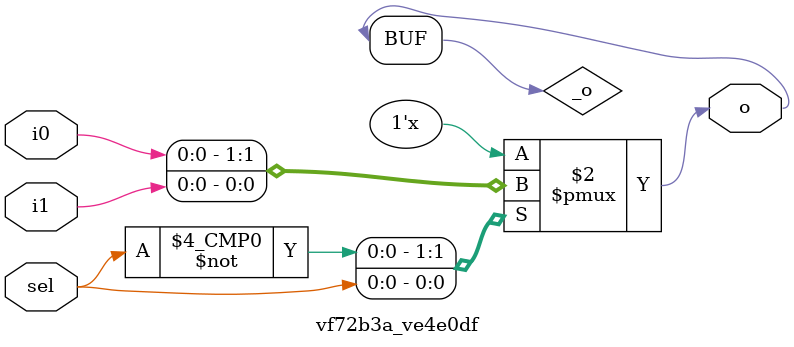
<source format=v>

`default_nettype none

module main #(
 parameter v910a9f = 12000000*(0.25),
 parameter v033309 = 12000000*(0.5)
) (
 input v13e0c4,
 input va56f74,
 input vclk,
 output vbaae1a,
 output v77d976,
 output v991127,
 output [0:6] vinit
);
 localparam p0 = v910a9f;
 localparam p6 = v033309;
 wire w1;
 wire w2;
 wire w3;
 wire w4;
 wire w5;
 wire w7;
 wire w8;
 wire w9;
 wire w10;
 wire w11;
 wire w12;
 wire w13;
 wire w14;
 wire w15;
 assign v77d976 = w1;
 assign w2 = v13e0c4;
 assign vbaae1a = w4;
 assign w5 = va56f74;
 assign v991127 = w7;
 assign w10 = vclk;
 assign w11 = vclk;
 assign w12 = vclk;
 assign w13 = vclk;
 assign w4 = w1;
 assign w11 = w10;
 assign w12 = w10;
 assign w12 = w11;
 assign w13 = w10;
 assign w13 = w11;
 assign w13 = w12;
 vbce541 #(
  .va04f5d(p0)
 ) v9a5d3b (
  .v4642b6(w9),
  .v6dda25(w10)
 );
 ve108d0 v7b12c9 (
  .v8f3bff(w1),
  .v0e9572(w3),
  .vaf813b(w14)
 );
 v888484 vb305c5 (
  .vd9601b(w2),
  .vfde3d7(w11),
  .v157a67(w14)
 );
 v725b7e v719c69 (
  .v9fb85f(w3)
 );
 v888484 v807eb9 (
  .vd9601b(w5),
  .vfde3d7(w12),
  .v157a67(w15)
 );
 vbce541 #(
  .va04f5d(p6)
 ) v162c0a (
  .v4642b6(w8),
  .v6dda25(w13)
 );
 veebee1 v96c8a5 (
 
 );
 v5cc6ec vc89966 (
 
 );
 vf72b3a vf8e723 (
  .vc93bbe(w7),
  .vb186da(w8),
  .v381ebf(w9),
  .v50d6c6(w15)
 );
 assign vinit = 7'b0000000;
endmodule

/*-------------------------------------------------*/
/*--   */
/*-- - - - - - - - - - - - - - - - - - - - - - - --*/
/*-- 
/*-------------------------------------------------*/
//---- Top entity
module vbce541 #(
 parameter va04f5d = 16777216
) (
 input v6dda25,
 output v4642b6
);
 localparam p1 = va04f5d;
 wire w0;
 wire [0:23] w2;
 wire [0:23] w3;
 wire w4;
 wire w5;
 assign v4642b6 = w0;
 assign w5 = v6dda25;
 assign w4 = w0;
 vef98b5 #(
  .vc5c8ea(p1)
 ) v4016e8 (
  .ve70c2d(w3)
 );
 vd84ae0 v45b714 (
  .v4642b6(w0),
  .va89056(w2),
  .v06bdfb(w3)
 );
 v97d607 v2299cf (
  .v9e1c43(w2),
  .ve556f1(w4),
  .v6dda25(w5)
 );
endmodule

/*-------------------------------------------------*/
/*-- sysclk_divN_24  */
/*-- - - - - - - - - - - - - - - - - - - - - - - --*/
/*-- sysclk_divN_24bits: Generate a signal from the division of the system clock by N. (24-bits precision) (N = 2,3,4,..,0x1000000))
/*-------------------------------------------------*/
//---- Top entity
module vef98b5 #(
 parameter vc5c8ea = 1
) (
 output [23:0] ve70c2d
);
 localparam p0 = vc5c8ea;
 wire [0:23] w1;
 assign ve70c2d = w1;
 vef98b5_v465065 #(
  .VALUE(p0)
 ) v465065 (
  .k(w1)
 );
endmodule

/*-------------------------------------------------*/
/*-- 24-bits-k-1  */
/*-- - - - - - - - - - - - - - - - - - - - - - - --*/
/*-- Generic: 24-bits k-1 constant (Input values: 1,2,...,h1000000). It returns the value input by the user minus 1. Outputs: 0,1,2,...,FFFFFF
/*-------------------------------------------------*/

module vef98b5_v465065 #(
 parameter VALUE = 0
) (
 output [23:0] k
);
 assign k = VALUE-1;
endmodule
//---- Top entity
module vd84ae0 (
 input [23:0] v06bdfb,
 input [23:0] va89056,
 output v4642b6
);
 wire w0;
 wire w1;
 wire w2;
 wire w3;
 wire [0:23] w4;
 wire [0:23] w5;
 wire [0:7] w6;
 wire [0:7] w7;
 wire [0:7] w8;
 wire [0:7] w9;
 wire [0:7] w10;
 wire [0:7] w11;
 assign v4642b6 = w0;
 assign w4 = v06bdfb;
 assign w5 = va89056;
 vb2762a vb6832a (
  .v4642b6(w1),
  .v715730(w8),
  .vf191e6(w11)
 );
 vb2762a v302658 (
  .v4642b6(w2),
  .v715730(w7),
  .vf191e6(w10)
 );
 vae245c v9196c7 (
  .vcbab45(w0),
  .v3ca442(w1),
  .v0e28cb(w2),
  .v033bf6(w3)
 );
 v6fef69 vb1e577 (
  .v9804b7(w5),
  .vd83cb2(w9),
  .v243fb2(w10),
  .va2a3a1(w11)
 );
 v6fef69 v62b64f (
  .v9804b7(w4),
  .vd83cb2(w6),
  .v243fb2(w7),
  .va2a3a1(w8)
 );
 vb2762a v9a65c6 (
  .v4642b6(w3),
  .v715730(w6),
  .vf191e6(w9)
 );
endmodule

/*-------------------------------------------------*/
/*-- comp2-24bits  */
/*-- - - - - - - - - - - - - - - - - - - - - - - --*/
/*-- Comp2-24bit: Comparator of two 24-bit numbers
/*-------------------------------------------------*/
//---- Top entity
module vb2762a (
 input [7:0] v715730,
 input [7:0] vf191e6,
 output v4642b6
);
 wire w0;
 wire w1;
 wire w2;
 wire [0:7] w3;
 wire [0:7] w4;
 wire [0:3] w5;
 wire [0:3] w6;
 wire [0:3] w7;
 wire [0:3] w8;
 assign v4642b6 = w0;
 assign w3 = v715730;
 assign w4 = vf191e6;
 v438230 v577a36 (
  .v4642b6(w2),
  .v693354(w6),
  .v5369cd(w8)
 );
 vba518e v707c6e (
  .vcbab45(w0),
  .v0e28cb(w1),
  .v3ca442(w2)
 );
 v6bdcd9 v921a9f (
  .vcc8c7c(w4),
  .v651522(w7),
  .v2cc41f(w8)
 );
 v6bdcd9 v8cfa4d (
  .vcc8c7c(w3),
  .v651522(w5),
  .v2cc41f(w6)
 );
 v438230 vfc1765 (
  .v4642b6(w1),
  .v693354(w5),
  .v5369cd(w7)
 );
endmodule

/*-------------------------------------------------*/
/*-- comp2-8bits  */
/*-- - - - - - - - - - - - - - - - - - - - - - - --*/
/*-- Comp2-8bit: Comparator of two 8-bit numbers
/*-------------------------------------------------*/
//---- Top entity
module v438230 (
 input [3:0] v693354,
 input [3:0] v5369cd,
 output v4642b6
);
 wire w0;
 wire [0:3] w1;
 wire [0:3] w2;
 wire w3;
 wire w4;
 wire w5;
 wire w6;
 wire w7;
 wire w8;
 wire w9;
 wire w10;
 wire w11;
 wire w12;
 wire w13;
 wire w14;
 assign v4642b6 = w0;
 assign w1 = v693354;
 assign w2 = v5369cd;
 v23b15b v09a5a5 (
  .v4642b6(w3),
  .v27dec4(w12),
  .v6848e9(w14)
 );
 v23b15b vc1b29d (
  .v4642b6(w4),
  .v27dec4(w11),
  .v6848e9(w13)
 );
 v23b15b vcd27ce (
  .v4642b6(w5),
  .v27dec4(w9),
  .v6848e9(w10)
 );
 vc4f23a vea9c80 (
  .v985fcb(w1),
  .v4f1fd3(w7),
  .vda577d(w9),
  .v3f8943(w11),
  .v64d863(w12)
 );
 vc4f23a va7dcdc (
  .v985fcb(w2),
  .v4f1fd3(w8),
  .vda577d(w10),
  .v3f8943(w13),
  .v64d863(w14)
 );
 v23b15b va0849c (
  .v4642b6(w6),
  .v27dec4(w7),
  .v6848e9(w8)
 );
 veffd42 v6e3e65 (
  .vcbab45(w0),
  .v3ca442(w3),
  .v0e28cb(w4),
  .v033bf6(w5),
  .v9eb652(w6)
 );
endmodule

/*-------------------------------------------------*/
/*-- comp2-4bits  */
/*-- - - - - - - - - - - - - - - - - - - - - - - --*/
/*-- Comp2-4bit: Comparator of two 4-bit numbers
/*-------------------------------------------------*/
//---- Top entity
module v23b15b (
 input v27dec4,
 input v6848e9,
 output v4642b6
);
 wire w0;
 wire w1;
 wire w2;
 wire w3;
 assign w1 = v27dec4;
 assign v4642b6 = w2;
 assign w3 = v6848e9;
 vd12401 v955b2b (
  .vcbab45(w0),
  .v0e28cb(w1),
  .v3ca442(w3)
 );
 v3676a0 vf92936 (
  .v0e28cb(w0),
  .vcbab45(w2)
 );
endmodule

/*-------------------------------------------------*/
/*-- comp2-1bit  */
/*-- - - - - - - - - - - - - - - - - - - - - - - --*/
/*-- Comp2-1bit: Comparator of two 1-bit numbers
/*-------------------------------------------------*/
//---- Top entity
module vd12401 (
 input v0e28cb,
 input v3ca442,
 output vcbab45
);
 wire w0;
 wire w1;
 wire w2;
 assign w0 = v0e28cb;
 assign w1 = v3ca442;
 assign vcbab45 = w2;
 vd12401_vf4938a vf4938a (
  .a(w0),
  .b(w1),
  .c(w2)
 );
endmodule

/*-------------------------------------------------*/
/*-- XOR2  */
/*-- - - - - - - - - - - - - - - - - - - - - - - --*/
/*-- XOR gate: two bits input xor gate
/*-------------------------------------------------*/

module vd12401_vf4938a (
 input a,
 input b,
 output c
);
 //-- XOR gate
 //-- Verilog implementation
 
 assign c = a ^ b;
 
endmodule
//---- Top entity
module v3676a0 (
 input v0e28cb,
 output vcbab45
);
 wire w0;
 wire w1;
 assign w0 = v0e28cb;
 assign vcbab45 = w1;
 v3676a0_vd54ca1 vd54ca1 (
  .a(w0),
  .q(w1)
 );
endmodule

/*-------------------------------------------------*/
/*-- NOT  */
/*-- - - - - - - - - - - - - - - - - - - - - - - --*/
/*-- NOT gate (Verilog implementation)
/*-------------------------------------------------*/

module v3676a0_vd54ca1 (
 input a,
 output q
);
 //-- NOT Gate
 assign q = ~a;
 
 
endmodule
//---- Top entity
module vc4f23a (
 input [3:0] v985fcb,
 output v4f1fd3,
 output vda577d,
 output v3f8943,
 output v64d863
);
 wire w0;
 wire w1;
 wire w2;
 wire w3;
 wire [0:3] w4;
 assign v3f8943 = w0;
 assign v64d863 = w1;
 assign vda577d = w2;
 assign v4f1fd3 = w3;
 assign w4 = v985fcb;
 vc4f23a_v9a2a06 v9a2a06 (
  .o1(w0),
  .o0(w1),
  .o2(w2),
  .o3(w3),
  .i(w4)
 );
endmodule

/*-------------------------------------------------*/
/*-- Bus4-Split-all  */
/*-- - - - - - - - - - - - - - - - - - - - - - - --*/
/*-- Bus4-Split-all: Split the 4-bits bus into its wires
/*-------------------------------------------------*/

module vc4f23a_v9a2a06 (
 input [3:0] i,
 output o3,
 output o2,
 output o1,
 output o0
);
 assign o3 = i[3];
 assign o2 = i[2];
 assign o1 = i[1];
 assign o0 = i[0];
endmodule
//---- Top entity
module veffd42 (
 input v9eb652,
 input v033bf6,
 input v0e28cb,
 input v3ca442,
 output vcbab45
);
 wire w0;
 wire w1;
 wire w2;
 wire w3;
 wire w4;
 wire w5;
 wire w6;
 assign w0 = v3ca442;
 assign w1 = v9eb652;
 assign w2 = v033bf6;
 assign w3 = v0e28cb;
 assign vcbab45 = w4;
 vba518e vf3ef0f (
  .v3ca442(w0),
  .v0e28cb(w3),
  .vcbab45(w6)
 );
 vba518e vdcc53d (
  .v0e28cb(w1),
  .v3ca442(w2),
  .vcbab45(w5)
 );
 vba518e v17ac22 (
  .vcbab45(w4),
  .v0e28cb(w5),
  .v3ca442(w6)
 );
endmodule

/*-------------------------------------------------*/
/*-- AND4  */
/*-- - - - - - - - - - - - - - - - - - - - - - - --*/
/*-- Three bits input And gate
/*-------------------------------------------------*/
//---- Top entity
module vba518e (
 input v0e28cb,
 input v3ca442,
 output vcbab45
);
 wire w0;
 wire w1;
 wire w2;
 assign w0 = v0e28cb;
 assign w1 = v3ca442;
 assign vcbab45 = w2;
 vba518e_vf4938a vf4938a (
  .a(w0),
  .b(w1),
  .c(w2)
 );
endmodule

/*-------------------------------------------------*/
/*-- AND2  */
/*-- - - - - - - - - - - - - - - - - - - - - - - --*/
/*-- Two bits input And gate
/*-------------------------------------------------*/

module vba518e_vf4938a (
 input a,
 input b,
 output c
);
 //-- AND gate
 //-- Verilog implementation
 
 assign c = a & b;
 
endmodule
//---- Top entity
module v6bdcd9 (
 input [7:0] vcc8c7c,
 output [3:0] v651522,
 output [3:0] v2cc41f
);
 wire [0:3] w0;
 wire [0:3] w1;
 wire [0:7] w2;
 assign v651522 = w0;
 assign v2cc41f = w1;
 assign w2 = vcc8c7c;
 v6bdcd9_v9a2a06 v9a2a06 (
  .o1(w0),
  .o0(w1),
  .i(w2)
 );
endmodule

/*-------------------------------------------------*/
/*-- Bus8-Split-half  */
/*-- - - - - - - - - - - - - - - - - - - - - - - --*/
/*-- Bus8-Split-half: Split the 8-bits bus into two buses of the same size
/*-------------------------------------------------*/

module v6bdcd9_v9a2a06 (
 input [7:0] i,
 output [3:0] o1,
 output [3:0] o0
);
 assign o1 = i[7:4];
 assign o0 = i[3:0];
endmodule
//---- Top entity
module vae245c (
 input v033bf6,
 input v0e28cb,
 input v3ca442,
 output vcbab45
);
 wire w0;
 wire w1;
 wire w2;
 wire w3;
 wire w4;
 assign w0 = v033bf6;
 assign w1 = v0e28cb;
 assign w2 = v3ca442;
 assign vcbab45 = w4;
 vba518e v19b5b0 (
  .v0e28cb(w0),
  .v3ca442(w1),
  .vcbab45(w3)
 );
 vba518e vf3ef0f (
  .v3ca442(w2),
  .v0e28cb(w3),
  .vcbab45(w4)
 );
endmodule

/*-------------------------------------------------*/
/*-- AND3  */
/*-- - - - - - - - - - - - - - - - - - - - - - - --*/
/*-- Three bits input And gate
/*-------------------------------------------------*/
//---- Top entity
module v6fef69 (
 input [23:0] v9804b7,
 output [7:0] vd83cb2,
 output [7:0] v243fb2,
 output [7:0] va2a3a1
);
 wire [0:7] w0;
 wire [0:7] w1;
 wire [0:7] w2;
 wire [0:23] w3;
 assign v243fb2 = w0;
 assign vd83cb2 = w1;
 assign va2a3a1 = w2;
 assign w3 = v9804b7;
 v6fef69_v9a2a06 v9a2a06 (
  .o1(w0),
  .o2(w1),
  .o0(w2),
  .i(w3)
 );
endmodule

/*-------------------------------------------------*/
/*-- Bus24-Split-one-third  */
/*-- - - - - - - - - - - - - - - - - - - - - - - --*/
/*-- Bus24-Split-one-third: Split the 24-bits bus into three buses of  the same size
/*-------------------------------------------------*/

module v6fef69_v9a2a06 (
 input [23:0] i,
 output [7:0] o2,
 output [7:0] o1,
 output [7:0] o0
);
 assign o2 = i[23:16];
 assign o1 = i[15:8];
 assign o0 = i[7:0];
endmodule
//---- Top entity
module v97d607 (
 input v6dda25,
 input ve556f1,
 output [23:0] v9e1c43,
 output ve37344
);
 wire w0;
 wire [0:23] w1;
 wire [0:23] w2;
 wire w3;
 wire [0:23] w4;
 wire w5;
 assign w0 = ve556f1;
 assign w3 = v6dda25;
 assign v9e1c43 = w4;
 assign ve37344 = w5;
 assign w4 = w1;
 v5495b5 v5e4c9c (
  .v782748(w0),
  .vb02eea(w1),
  .v15c6e6(w2),
  .v6dda25(w3)
 );
 v9c4559 v62e821 (
  .v005b83(w1),
  .v53d485(w2),
  .v4642b6(w5)
 );
endmodule

/*-------------------------------------------------*/
/*-- syscounter-rst-24bits  */
/*-- - - - - - - - - - - - - - - - - - - - - - - --*/
/*-- 24-bits Syscounter with reset
/*-------------------------------------------------*/
//---- Top entity
module v5495b5 (
 input v6dda25,
 input v782748,
 input [23:0] v15c6e6,
 output [23:0] vb02eea
);
 wire [0:23] w0;
 wire [0:23] w1;
 wire [0:7] w2;
 wire [0:7] w3;
 wire [0:7] w4;
 wire [0:7] w5;
 wire [0:7] w6;
 wire [0:7] w7;
 wire w8;
 wire w9;
 wire w10;
 wire w11;
 wire w12;
 wire w13;
 assign vb02eea = w0;
 assign w1 = v15c6e6;
 assign w8 = v6dda25;
 assign w9 = v6dda25;
 assign w10 = v6dda25;
 assign w11 = v782748;
 assign w12 = v782748;
 assign w13 = v782748;
 assign w9 = w8;
 assign w10 = w8;
 assign w10 = w9;
 assign w12 = w11;
 assign w13 = w11;
 assign w13 = w12;
 v6fef69 vad6f1d (
  .v9804b7(w1),
  .va2a3a1(w5),
  .v243fb2(w6),
  .vd83cb2(w7)
 );
 v33e50d vba7365 (
  .v6d326e(w0),
  .v77c6e9(w2),
  .vf7d213(w3),
  .vba04ee(w4)
 );
 vcf4344 v13ddeb (
  .vc1f0d2(w2),
  .vd85d4e(w5),
  .v6dda25(w10),
  .v782748(w13)
 );
 vcf4344 v08e1bd (
  .vc1f0d2(w3),
  .vd85d4e(w6),
  .v6dda25(w9),
  .v782748(w12)
 );
 vcf4344 v5c3b0f (
  .vc1f0d2(w4),
  .vd85d4e(w7),
  .v6dda25(w8),
  .v782748(w11)
 );
endmodule

/*-------------------------------------------------*/
/*-- DFF-rst-x24  */
/*-- - - - - - - - - - - - - - - - - - - - - - - --*/
/*-- DFF-rst-x24: 24 D flip-flops in paralell with reset
/*-------------------------------------------------*/
//---- Top entity
module v33e50d (
 input [7:0] vba04ee,
 input [7:0] vf7d213,
 input [7:0] v77c6e9,
 output [23:0] v6d326e
);
 wire [0:23] w0;
 wire [0:7] w1;
 wire [0:7] w2;
 wire [0:7] w3;
 assign v6d326e = w0;
 assign w1 = vf7d213;
 assign w2 = v77c6e9;
 assign w3 = vba04ee;
 v33e50d_v9a2a06 v9a2a06 (
  .o(w0),
  .i1(w1),
  .i0(w2),
  .i2(w3)
 );
endmodule

/*-------------------------------------------------*/
/*-- Bus24-Join-one-third  */
/*-- - - - - - - - - - - - - - - - - - - - - - - --*/
/*-- Bus24-Join-one-third: Join the three buses into an 24-bits Bus
/*-------------------------------------------------*/

module v33e50d_v9a2a06 (
 input [7:0] i2,
 input [7:0] i1,
 input [7:0] i0,
 output [23:0] o
);
 assign o = {i2, i1, i0};
 
endmodule
//---- Top entity
module vcf4344 (
 input v6dda25,
 input v782748,
 input [7:0] vd85d4e,
 output [7:0] vc1f0d2
);
 wire [0:3] w0;
 wire [0:3] w1;
 wire [0:7] w2;
 wire [0:7] w3;
 wire [0:3] w4;
 wire [0:3] w5;
 wire w6;
 wire w7;
 wire w8;
 wire w9;
 assign w2 = vd85d4e;
 assign vc1f0d2 = w3;
 assign w6 = v6dda25;
 assign w7 = v6dda25;
 assign w8 = v782748;
 assign w9 = v782748;
 assign w7 = w6;
 assign w9 = w8;
 v5c75f6 vbdef88 (
  .v50034e(w0),
  .v4de61b(w1),
  .v6dda25(w7),
  .v782748(w9)
 );
 v6bdcd9 vc95779 (
  .v2cc41f(w1),
  .vcc8c7c(w2),
  .v651522(w4)
 );
 vafb28f v618315 (
  .v3c88fc(w0),
  .va9ac17(w3),
  .v515fe7(w5)
 );
 v5c75f6 v6188f9 (
  .v4de61b(w4),
  .v50034e(w5),
  .v6dda25(w6),
  .v782748(w8)
 );
endmodule

/*-------------------------------------------------*/
/*-- DFF-rst-x08  */
/*-- - - - - - - - - - - - - - - - - - - - - - - --*/
/*-- DFF-rst-x08: Eight D flip-flops in paralell with reset
/*-------------------------------------------------*/
//---- Top entity
module v5c75f6 (
 input v6dda25,
 input v782748,
 input [3:0] v4de61b,
 output [3:0] v50034e
);
 wire w0;
 wire w1;
 wire w2;
 wire w3;
 wire w4;
 wire w5;
 wire [0:3] w6;
 wire [0:3] w7;
 wire w8;
 wire w9;
 wire w10;
 wire w11;
 wire w12;
 wire w13;
 wire w14;
 wire w15;
 wire w16;
 wire w17;
 assign w6 = v4de61b;
 assign v50034e = w7;
 assign w10 = v6dda25;
 assign w11 = v6dda25;
 assign w12 = v6dda25;
 assign w13 = v6dda25;
 assign w14 = v782748;
 assign w15 = v782748;
 assign w16 = v782748;
 assign w17 = v782748;
 assign w11 = w10;
 assign w12 = w10;
 assign w12 = w11;
 assign w13 = w10;
 assign w13 = w11;
 assign w13 = w12;
 assign w15 = w14;
 assign w16 = w14;
 assign w16 = w15;
 assign w17 = w14;
 assign w17 = w15;
 assign w17 = w16;
 vc4f23a v4b1225 (
  .v3f8943(w2),
  .v64d863(w3),
  .vda577d(w4),
  .v985fcb(w6),
  .v4f1fd3(w8)
 );
 v84f0a1 v6491fd (
  .v03aaf0(w0),
  .vee8a83(w1),
  .vf8041d(w5),
  .v11bca5(w7),
  .vd84a57(w9)
 );
 v2be0f8 v10a04f (
  .v4642b6(w0),
  .vf354ee(w3),
  .vd53b77(w13),
  .v27dec4(w17)
 );
 v2be0f8 v7d9648 (
  .v4642b6(w1),
  .vf354ee(w2),
  .vd53b77(w12),
  .v27dec4(w16)
 );
 v2be0f8 v004b14 (
  .vf354ee(w4),
  .v4642b6(w5),
  .vd53b77(w11),
  .v27dec4(w15)
 );
 v2be0f8 v8aa818 (
  .vf354ee(w8),
  .v4642b6(w9),
  .vd53b77(w10),
  .v27dec4(w14)
 );
endmodule

/*-------------------------------------------------*/
/*-- DFF-rst-x04  */
/*-- - - - - - - - - - - - - - - - - - - - - - - --*/
/*-- DFF-rst-x04: Three D flip-flops in paralell with reset
/*-------------------------------------------------*/
//---- Top entity
module v84f0a1 (
 input vd84a57,
 input vf8041d,
 input vee8a83,
 input v03aaf0,
 output [3:0] v11bca5
);
 wire w0;
 wire w1;
 wire w2;
 wire w3;
 wire [0:3] w4;
 assign w0 = vee8a83;
 assign w1 = v03aaf0;
 assign w2 = vf8041d;
 assign w3 = vd84a57;
 assign v11bca5 = w4;
 v84f0a1_v9a2a06 v9a2a06 (
  .i1(w0),
  .i0(w1),
  .i2(w2),
  .i3(w3),
  .o(w4)
 );
endmodule

/*-------------------------------------------------*/
/*-- Bus4-Join-all  */
/*-- - - - - - - - - - - - - - - - - - - - - - - --*/
/*-- Bus4-Join-all: Join all the wires into a 4-bits Bus
/*-------------------------------------------------*/

module v84f0a1_v9a2a06 (
 input i3,
 input i2,
 input i1,
 input i0,
 output [3:0] o
);
 assign o = {i3, i2, i1, i0};
 
endmodule
//---- Top entity
module v2be0f8 #(
 parameter vbd3217 = 0
) (
 input vd53b77,
 input v27dec4,
 input vf354ee,
 output v4642b6
);
 localparam p5 = vbd3217;
 wire w0;
 wire w1;
 wire w2;
 wire w3;
 wire w4;
 wire w6;
 assign w2 = v27dec4;
 assign w3 = vf354ee;
 assign v4642b6 = w4;
 assign w6 = vd53b77;
 v3676a0 v7539bf (
  .vcbab45(w1),
  .v0e28cb(w2)
 );
 vba518e vfe8158 (
  .vcbab45(w0),
  .v0e28cb(w1),
  .v3ca442(w3)
 );
 v053dc2 #(
  .v71e305(p5)
 ) vd104a4 (
  .vf54559(w0),
  .ve8318d(w4),
  .va4102a(w6)
 );
endmodule

/*-------------------------------------------------*/
/*-- DFF-rst-x01  */
/*-- - - - - - - - - - - - - - - - - - - - - - - --*/
/*-- DFF-rst-x01: D Flip flop with reset input. When rst=1, the DFF is 0
/*-------------------------------------------------*/
//---- Top entity
module v053dc2 #(
 parameter v71e305 = 0
) (
 input va4102a,
 input vf54559,
 output ve8318d
);
 localparam p2 = v71e305;
 wire w0;
 wire w1;
 wire w3;
 assign w0 = va4102a;
 assign ve8318d = w1;
 assign w3 = vf54559;
 v053dc2_vb8adf8 #(
  .INI(p2)
 ) vb8adf8 (
  .clk(w0),
  .q(w1),
  .d(w3)
 );
endmodule

/*-------------------------------------------------*/
/*-- DFF  */
/*-- - - - - - - - - - - - - - - - - - - - - - - --*/
/*-- D Flip-flop (verilog implementation)
/*-------------------------------------------------*/

module v053dc2_vb8adf8 #(
 parameter INI = 0
) (
 input clk,
 input d,
 output q
);
 //-- Initial value
 reg q = INI;
 
 //-- Capture the input data  
 //-- on the rising edge of  
 //-- the system clock
 always @(posedge clk)
   q <= d;
endmodule
//---- Top entity
module vafb28f (
 input [3:0] v515fe7,
 input [3:0] v3c88fc,
 output [7:0] va9ac17
);
 wire [0:7] w0;
 wire [0:3] w1;
 wire [0:3] w2;
 assign va9ac17 = w0;
 assign w1 = v515fe7;
 assign w2 = v3c88fc;
 vafb28f_v9a2a06 v9a2a06 (
  .o(w0),
  .i1(w1),
  .i0(w2)
 );
endmodule

/*-------------------------------------------------*/
/*-- Bus8-Join-half  */
/*-- - - - - - - - - - - - - - - - - - - - - - - --*/
/*-- Bus8-Join-half: Join the two same halves into an 8-bits Bus
/*-------------------------------------------------*/

module vafb28f_v9a2a06 (
 input [3:0] i1,
 input [3:0] i0,
 output [7:0] o
);
 assign o = {i1, i0};
 
endmodule
//---- Top entity
module v9c4559 #(
 parameter v6c5139 = 1
) (
 input [23:0] v005b83,
 output v4642b6,
 output [23:0] v53d485
);
 localparam p1 = v6c5139;
 wire w0;
 wire [0:23] w2;
 wire [0:23] w3;
 assign v4642b6 = w0;
 assign w2 = v005b83;
 assign v53d485 = w3;
 v44c099 #(
  .vd73390(p1)
 ) v8c0045 (
  .v4642b6(w0),
  .vd90f46(w2),
  .v8826c0(w3)
 );
endmodule

/*-------------------------------------------------*/
/*-- Inc1-24bits  */
/*-- - - - - - - - - - - - - - - - - - - - - - - --*/
/*-- Inc1-24bit: Increment a 24-bits number by one
/*-------------------------------------------------*/
//---- Top entity
module v44c099 #(
 parameter vd73390 = 0
) (
 input [23:0] vd90f46,
 output v4642b6,
 output [23:0] v8826c0
);
 localparam p1 = vd73390;
 wire w0;
 wire [0:23] w2;
 wire [0:23] w3;
 wire [0:23] w4;
 assign v4642b6 = w0;
 assign v8826c0 = w2;
 assign w3 = vd90f46;
 v4c802f #(
  .vc5c8ea(p1)
 ) ve78914 (
  .v8513f7(w4)
 );
 v91404d v19ed8b (
  .v4642b6(w0),
  .vb5c06c(w2),
  .v7959e8(w3),
  .vb5a2f2(w4)
 );
endmodule

/*-------------------------------------------------*/
/*-- AdderK-24bits  */
/*-- - - - - - - - - - - - - - - - - - - - - - - --*/
/*-- AdderK-24bit: Adder of 24-bit operand and 24-bit constant
/*-------------------------------------------------*/
//---- Top entity
module v4c802f #(
 parameter vc5c8ea = 0
) (
 output [23:0] v8513f7
);
 localparam p0 = vc5c8ea;
 wire [0:23] w1;
 assign v8513f7 = w1;
 v4c802f_v465065 #(
  .VALUE(p0)
 ) v465065 (
  .k(w1)
 );
endmodule

/*-------------------------------------------------*/
/*-- 24-bits-gen-constant  */
/*-- - - - - - - - - - - - - - - - - - - - - - - --*/
/*-- Generic: 24-bits generic constant
/*-------------------------------------------------*/

module v4c802f_v465065 #(
 parameter VALUE = 0
) (
 output [23:0] k
);
 assign k = VALUE;
endmodule
//---- Top entity
module v91404d (
 input [23:0] vb5a2f2,
 input [23:0] v7959e8,
 output v4642b6,
 output [23:0] vb5c06c
);
 wire w0;
 wire [0:7] w1;
 wire [0:7] w2;
 wire w3;
 wire w4;
 wire [0:15] w5;
 wire [0:23] w6;
 wire [0:15] w7;
 wire [0:23] w8;
 wire [0:15] w9;
 wire [0:7] w10;
 wire [0:23] w11;
 wire [0:7] w12;
 wire [0:7] w13;
 wire [0:7] w14;
 wire [0:7] w15;
 wire [0:7] w16;
 wire [0:7] w17;
 assign v4642b6 = w4;
 assign w6 = v7959e8;
 assign w8 = vb5a2f2;
 assign vb5c06c = w11;
 vcb23aa v8e0bba (
  .v4642b6(w0),
  .v62bf25(w2),
  .v39966a(w16),
  .veb2f59(w17)
 );
 vc3c498 v917bbf (
  .vb9cfc3(w0),
  .veeaa8e(w1),
  .v4642b6(w3),
  .v45c6ee(w14),
  .v20212e(w15)
 );
 v8cc49c v03c3e3 (
  .vb334ae(w1),
  .v2b8a97(w2),
  .v14a530(w5)
 );
 vab13f0 v43653c (
  .vb18564(w6),
  .vf0a06e(w7),
  .v5246f6(w17)
 );
 v306ca3 v177126 (
  .v91b9c1(w7),
  .vef5eee(w13),
  .vd3ef3b(w15)
 );
 vab13f0 vf15711 (
  .vb18564(w8),
  .vf0a06e(w9),
  .v5246f6(w16)
 );
 v306ca3 vf9ed57 (
  .v91b9c1(w9),
  .vef5eee(w12),
  .vd3ef3b(w14)
 );
 vc3c498 vf0db78 (
  .vb9cfc3(w3),
  .v4642b6(w4),
  .veeaa8e(w10),
  .v45c6ee(w12),
  .v20212e(w13)
 );
 va52e3b v67022b (
  .vbf8961(w5),
  .vf7d213(w10),
  .v6d326e(w11)
 );
endmodule

/*-------------------------------------------------*/
/*-- Adder-24bits  */
/*-- - - - - - - - - - - - - - - - - - - - - - - --*/
/*-- Adder-24bits: Adder of two operands of 24 bits
/*-------------------------------------------------*/
//---- Top entity
module vcb23aa (
 input [7:0] v39966a,
 input [7:0] veb2f59,
 output v4642b6,
 output [7:0] v62bf25
);
 wire [0:7] w0;
 wire [0:7] w1;
 wire [0:3] w2;
 wire [0:3] w3;
 wire [0:7] w4;
 wire w5;
 wire w6;
 wire [0:3] w7;
 wire [0:3] w8;
 wire [0:3] w9;
 wire [0:3] w10;
 assign w0 = veb2f59;
 assign w1 = v39966a;
 assign v62bf25 = w4;
 assign v4642b6 = w5;
 v6bdcd9 vd88c66 (
  .vcc8c7c(w0),
  .v651522(w9),
  .v2cc41f(w10)
 );
 v6bdcd9 v26a0bb (
  .vcc8c7c(w1),
  .v651522(w7),
  .v2cc41f(w8)
 );
 v25966b v9ea427 (
  .v817794(w3),
  .v4642b6(w6),
  .v0550b6(w8),
  .v24708e(w10)
 );
 vafb28f vc75346 (
  .v515fe7(w2),
  .v3c88fc(w3),
  .va9ac17(w4)
 );
 va1ce30 v40c17f (
  .v817794(w2),
  .v4642b6(w5),
  .vb9cfc3(w6),
  .v0550b6(w7),
  .v24708e(w9)
 );
endmodule

/*-------------------------------------------------*/
/*-- Adder-8bits  */
/*-- - - - - - - - - - - - - - - - - - - - - - - --*/
/*-- Adder-8bits: Adder of two operands of 8 bits
/*-------------------------------------------------*/
//---- Top entity
module v25966b (
 input [3:0] v0550b6,
 input [3:0] v24708e,
 output v4642b6,
 output [3:0] v817794
);
 wire w0;
 wire w1;
 wire w2;
 wire w3;
 wire w4;
 wire [0:3] w5;
 wire [0:3] w6;
 wire [0:3] w7;
 wire w8;
 wire w9;
 wire w10;
 wire w11;
 wire w12;
 wire w13;
 wire w14;
 wire w15;
 wire w16;
 wire w17;
 wire w18;
 assign w5 = v24708e;
 assign w6 = v0550b6;
 assign v817794 = w7;
 assign v4642b6 = w9;
 v1ea21d vdbe125 (
  .v4642b6(w0),
  .v8e8a67(w2),
  .v27dec4(w15),
  .v82de4f(w18)
 );
 vad119b vb8ad86 (
  .v0ef266(w0),
  .v8e8a67(w1),
  .v4642b6(w3),
  .v27dec4(w14),
  .v82de4f(w17)
 );
 vad119b v5d29b2 (
  .v0ef266(w3),
  .v8e8a67(w4),
  .v4642b6(w8),
  .v27dec4(w12),
  .v82de4f(w16)
 );
 vc4f23a vf4a6ff (
  .v985fcb(w5),
  .v4f1fd3(w13),
  .vda577d(w16),
  .v3f8943(w17),
  .v64d863(w18)
 );
 vc4f23a v9d4632 (
  .v985fcb(w6),
  .v4f1fd3(w11),
  .vda577d(w12),
  .v3f8943(w14),
  .v64d863(w15)
 );
 v84f0a1 v140dbf (
  .vee8a83(w1),
  .v03aaf0(w2),
  .vf8041d(w4),
  .v11bca5(w7),
  .vd84a57(w10)
 );
 vad119b v5c5937 (
  .v0ef266(w8),
  .v4642b6(w9),
  .v8e8a67(w10),
  .v27dec4(w11),
  .v82de4f(w13)
 );
endmodule

/*-------------------------------------------------*/
/*-- Adder-4bits  */
/*-- - - - - - - - - - - - - - - - - - - - - - - --*/
/*-- Adder-4bits: Adder of two operands of 4 bits
/*-------------------------------------------------*/
//---- Top entity
module v1ea21d (
 input v27dec4,
 input v82de4f,
 output v4642b6,
 output v8e8a67
);
 wire w0;
 wire w1;
 wire w2;
 wire w3;
 wire w4;
 assign w0 = v82de4f;
 assign w1 = v27dec4;
 assign v4642b6 = w3;
 assign v8e8a67 = w4;
 vad119b vb820a1 (
  .v82de4f(w0),
  .v27dec4(w1),
  .v0ef266(w2),
  .v4642b6(w3),
  .v8e8a67(w4)
 );
 vd30ca9 v23ebb6 (
  .v9fb85f(w2)
 );
endmodule

/*-------------------------------------------------*/
/*-- Adder-1bit  */
/*-- - - - - - - - - - - - - - - - - - - - - - - --*/
/*-- Adder-1bit: Adder of two operands of 1 bit
/*-------------------------------------------------*/
//---- Top entity
module vad119b (
 input v27dec4,
 input v82de4f,
 input v0ef266,
 output v4642b6,
 output v8e8a67
);
 wire w0;
 wire w1;
 wire w2;
 wire w3;
 wire w4;
 wire w5;
 wire w6;
 wire w7;
 wire w8;
 wire w9;
 wire w10;
 wire w11;
 assign v8e8a67 = w1;
 assign v4642b6 = w5;
 assign w6 = v27dec4;
 assign w7 = v27dec4;
 assign w8 = v82de4f;
 assign w9 = v82de4f;
 assign w10 = v0ef266;
 assign w11 = v0ef266;
 assign w2 = w0;
 assign w7 = w6;
 assign w9 = w8;
 assign w11 = w10;
 vd12401 v2e3d9f (
  .vcbab45(w0),
  .v0e28cb(w7),
  .v3ca442(w9)
 );
 vd12401 vb50462 (
  .v0e28cb(w0),
  .vcbab45(w1),
  .v3ca442(w11)
 );
 vba518e v4882f4 (
  .v3ca442(w2),
  .vcbab45(w3),
  .v0e28cb(w10)
 );
 vba518e v8fcf41 (
  .vcbab45(w4),
  .v0e28cb(w6),
  .v3ca442(w8)
 );
 v873425 vc5b8b9 (
  .v3ca442(w3),
  .v0e28cb(w4),
  .vcbab45(w5)
 );
endmodule

/*-------------------------------------------------*/
/*-- AdderC-1bit  */
/*-- - - - - - - - - - - - - - - - - - - - - - - --*/
/*-- AdderC-1bit: Adder of two operands of 1 bit plus the carry in
/*-------------------------------------------------*/
//---- Top entity
module v873425 (
 input v0e28cb,
 input v3ca442,
 output vcbab45
);
 wire w0;
 wire w1;
 wire w2;
 assign w0 = v0e28cb;
 assign w1 = v3ca442;
 assign vcbab45 = w2;
 v873425_vf4938a vf4938a (
  .a(w0),
  .b(w1),
  .c(w2)
 );
endmodule

/*-------------------------------------------------*/
/*-- OR2  */
/*-- - - - - - - - - - - - - - - - - - - - - - - --*/
/*-- OR2: Two bits input OR gate
/*-------------------------------------------------*/

module v873425_vf4938a (
 input a,
 input b,
 output c
);
 //-- OR Gate
 //-- Verilog implementation
 
 assign c = a | b;
 
 
endmodule
//---- Top entity
module vd30ca9 (
 output v9fb85f
);
 wire w0;
 assign v9fb85f = w0;
 vd30ca9_vb2eccd vb2eccd (
  .q(w0)
 );
endmodule

/*-------------------------------------------------*/
/*-- bit-0  */
/*-- - - - - - - - - - - - - - - - - - - - - - - --*/
/*-- Constant bit 0
/*-------------------------------------------------*/

module vd30ca9_vb2eccd (
 output q
);
 //-- Constant bit-0
 assign q = 1'b0;
 
 
endmodule
//---- Top entity
module va1ce30 (
 input [3:0] v0550b6,
 input [3:0] v24708e,
 input vb9cfc3,
 output v4642b6,
 output [3:0] v817794
);
 wire w0;
 wire w1;
 wire w2;
 wire w3;
 wire w4;
 wire [0:3] w5;
 wire [0:3] w6;
 wire [0:3] w7;
 wire w8;
 wire w9;
 wire w10;
 wire w11;
 wire w12;
 wire w13;
 wire w14;
 wire w15;
 wire w16;
 wire w17;
 wire w18;
 wire w19;
 assign w5 = v24708e;
 assign w6 = v0550b6;
 assign v817794 = w7;
 assign v4642b6 = w9;
 assign w11 = vb9cfc3;
 vad119b vb8ad86 (
  .v0ef266(w0),
  .v8e8a67(w1),
  .v4642b6(w3),
  .v27dec4(w15),
  .v82de4f(w18)
 );
 vad119b v5d29b2 (
  .v0ef266(w3),
  .v8e8a67(w4),
  .v4642b6(w8),
  .v27dec4(w13),
  .v82de4f(w17)
 );
 vc4f23a vf4a6ff (
  .v985fcb(w5),
  .v4f1fd3(w14),
  .vda577d(w17),
  .v3f8943(w18),
  .v64d863(w19)
 );
 vc4f23a v9d4632 (
  .v985fcb(w6),
  .v4f1fd3(w12),
  .vda577d(w13),
  .v3f8943(w15),
  .v64d863(w16)
 );
 v84f0a1 v140dbf (
  .vee8a83(w1),
  .v03aaf0(w2),
  .vf8041d(w4),
  .v11bca5(w7),
  .vd84a57(w10)
 );
 vad119b v5c5937 (
  .v0ef266(w8),
  .v4642b6(w9),
  .v8e8a67(w10),
  .v27dec4(w12),
  .v82de4f(w14)
 );
 vad119b v3599be (
  .v4642b6(w0),
  .v8e8a67(w2),
  .v0ef266(w11),
  .v27dec4(w16),
  .v82de4f(w19)
 );
endmodule

/*-------------------------------------------------*/
/*-- AdderC-4bits  */
/*-- - - - - - - - - - - - - - - - - - - - - - - --*/
/*-- AdderC-4bits: Adder of two operands of 4 bits and Carry in
/*-------------------------------------------------*/
//---- Top entity
module vc3c498 (
 input [7:0] v45c6ee,
 input [7:0] v20212e,
 input vb9cfc3,
 output v4642b6,
 output [7:0] veeaa8e
);
 wire w0;
 wire w1;
 wire [0:7] w2;
 wire [0:7] w3;
 wire [0:7] w4;
 wire [0:3] w5;
 wire [0:3] w6;
 wire w7;
 wire [0:3] w8;
 wire [0:3] w9;
 wire [0:3] w10;
 wire [0:3] w11;
 assign w1 = vb9cfc3;
 assign w2 = v45c6ee;
 assign w3 = v20212e;
 assign veeaa8e = w4;
 assign v4642b6 = w7;
 v6bdcd9 v8d795a (
  .vcc8c7c(w3),
  .v651522(w10),
  .v2cc41f(w11)
 );
 v6bdcd9 v23dbc5 (
  .vcc8c7c(w2),
  .v651522(w8),
  .v2cc41f(w9)
 );
 vafb28f vef3a58 (
  .va9ac17(w4),
  .v3c88fc(w5),
  .v515fe7(w6)
 );
 va1ce30 v0ff71a (
  .v4642b6(w0),
  .vb9cfc3(w1),
  .v817794(w5),
  .v0550b6(w9),
  .v24708e(w11)
 );
 va1ce30 v12f94f (
  .vb9cfc3(w0),
  .v817794(w6),
  .v4642b6(w7),
  .v0550b6(w8),
  .v24708e(w10)
 );
endmodule

/*-------------------------------------------------*/
/*-- AdderC-8bits  */
/*-- - - - - - - - - - - - - - - - - - - - - - - --*/
/*-- AdderC-8bits: Adder of two operands of 8 bits and Carry in
/*-------------------------------------------------*/
//---- Top entity
module v8cc49c (
 input [7:0] vb334ae,
 input [7:0] v2b8a97,
 output [15:0] v14a530
);
 wire [0:15] w0;
 wire [0:7] w1;
 wire [0:7] w2;
 assign v14a530 = w0;
 assign w1 = v2b8a97;
 assign w2 = vb334ae;
 v8cc49c_v9a2a06 v9a2a06 (
  .o(w0),
  .i0(w1),
  .i1(w2)
 );
endmodule

/*-------------------------------------------------*/
/*-- Bus16-Join-half  */
/*-- - - - - - - - - - - - - - - - - - - - - - - --*/
/*-- Bus16-Join-half: Join the two same halves into an 16-bits Bus
/*-------------------------------------------------*/

module v8cc49c_v9a2a06 (
 input [7:0] i1,
 input [7:0] i0,
 output [15:0] o
);
 assign o = {i1, i0};
 
endmodule
//---- Top entity
module vab13f0 (
 input [23:0] vb18564,
 output [15:0] vf0a06e,
 output [7:0] v5246f6
);
 wire [0:23] w0;
 wire [0:15] w1;
 wire [0:7] w2;
 assign w0 = vb18564;
 assign vf0a06e = w1;
 assign v5246f6 = w2;
 vab13f0_v9a2a06 v9a2a06 (
  .i(w0),
  .o1(w1),
  .o0(w2)
 );
endmodule

/*-------------------------------------------------*/
/*-- Bus24-Split-16-8  */
/*-- - - - - - - - - - - - - - - - - - - - - - - --*/
/*-- Bus24-Split-16-8: Split the 24-bits bus into two buses of 16 and 8 wires
/*-------------------------------------------------*/

module vab13f0_v9a2a06 (
 input [23:0] i,
 output [15:0] o1,
 output [7:0] o0
);
 assign o1 = i[23:8];
 assign o0 = i[7:0];
endmodule
//---- Top entity
module v306ca3 (
 input [15:0] v91b9c1,
 output [7:0] vef5eee,
 output [7:0] vd3ef3b
);
 wire [0:15] w0;
 wire [0:7] w1;
 wire [0:7] w2;
 assign w0 = v91b9c1;
 assign vef5eee = w1;
 assign vd3ef3b = w2;
 v306ca3_v9a2a06 v9a2a06 (
  .i(w0),
  .o1(w1),
  .o0(w2)
 );
endmodule

/*-------------------------------------------------*/
/*-- Bus16-Split-half  */
/*-- - - - - - - - - - - - - - - - - - - - - - - --*/
/*-- Bus16-Split-half: Split the 16-bits bus into two buses of the same size
/*-------------------------------------------------*/

module v306ca3_v9a2a06 (
 input [15:0] i,
 output [7:0] o1,
 output [7:0] o0
);
 assign o1 = i[15:8];
 assign o0 = i[7:0];
endmodule
//---- Top entity
module va52e3b (
 input [7:0] vf7d213,
 input [15:0] vbf8961,
 output [23:0] v6d326e
);
 wire [0:15] w0;
 wire [0:23] w1;
 wire [0:7] w2;
 assign w0 = vbf8961;
 assign v6d326e = w1;
 assign w2 = vf7d213;
 va52e3b_v9a2a06 v9a2a06 (
  .i0(w0),
  .o(w1),
  .i1(w2)
 );
endmodule

/*-------------------------------------------------*/
/*-- Bus24-Join-8-16 CLONE  */
/*-- - - - - - - - - - - - - - - - - - - - - - - --*/
/*-- Bus24-Join-8-16: Join the two buses into an 24-bits Bus
/*-------------------------------------------------*/

module va52e3b_v9a2a06 (
 input [7:0] i1,
 input [15:0] i0,
 output [23:0] o
);
 assign o = {i1, i0};
 
endmodule
//---- Top entity
module ve108d0 (
 input v0e9572,
 input vaf813b,
 output v8f3bff,
 output v5399d1
);
 wire w0;
 wire w1;
 wire w2;
 wire w3;
 assign v8f3bff = w0;
 assign v5399d1 = w1;
 assign w2 = vaf813b;
 assign w3 = v0e9572;
 ve108d0_v45bd49 v45bd49 (
  .o1(w0),
  .o0(w1),
  .sel(w2),
  .i(w3)
 );
endmodule

/*-------------------------------------------------*/
/*-- Demux-1-2  */
/*-- - - - - - - - - - - - - - - - - - - - - - - --*/
/*-- Demultiplexor de 1 bit, de 1 a 2
/*-------------------------------------------------*/

module ve108d0_v45bd49 (
 input i,
 input sel,
 output o1,
 output o0
);
 assign {o1,o0} = i << sel;
 
endmodule
//---- Top entity
module v888484 #(
 parameter v9d2d5b = 0,
 parameter v42e61f = 0
) (
 input vfde3d7,
 input vd9601b,
 output v157a67,
 output v64879c
);
 localparam p4 = v9d2d5b;
 localparam p5 = v42e61f;
 wire w0;
 wire w1;
 wire w2;
 wire w3;
 wire w6;
 wire w7;
 assign w0 = vd9601b;
 assign v157a67 = w1;
 assign v64879c = w3;
 assign w6 = vfde3d7;
 assign w7 = vfde3d7;
 assign w2 = w1;
 assign w7 = w6;
 v31e84e v9cfc0f (
  .ve78ab8(w2),
  .v3487af(w3),
  .ved8395(w7)
 );
 v0b641d #(
  .v17ea21(p4),
  .v803182(p5)
 ) v6ca512 (
  .v27dec4(w0),
  .v4642b6(w1),
  .v25ab12(w6)
 );
endmodule

/*-------------------------------------------------*/
/*-- Button-tic  */
/*-- - - - - - - - - - - - - - - - - - - - - - - --*/
/*-- Button-tic: Configurable button that emits a tic when it is pressed
/*-------------------------------------------------*/
//---- Top entity
module v31e84e (
 input ved8395,
 input ve78ab8,
 output v3487af
);
 wire w0;
 wire w1;
 wire w2;
 wire w3;
 wire w4;
 wire w5;
 assign w0 = ve78ab8;
 assign w1 = ved8395;
 assign w4 = ve78ab8;
 assign v3487af = w5;
 assign w4 = w0;
 v053dc2 v1bde40 (
  .vf54559(w0),
  .va4102a(w1),
  .ve8318d(w2)
 );
 v3676a0 v9d4cda (
  .v0e28cb(w2),
  .vcbab45(w3)
 );
 vba518e v57aa83 (
  .v0e28cb(w3),
  .v3ca442(w4),
  .vcbab45(w5)
 );
endmodule

/*-------------------------------------------------*/
/*-- Rising-edge-detector  */
/*-- - - - - - - - - - - - - - - - - - - - - - - --*/
/*-- Rising-edge detector. It generates a 1-period pulse (tic) when a rising edge is detected on the input
/*-------------------------------------------------*/
//---- Top entity
module v0b641d #(
 parameter v17ea21 = 0,
 parameter v803182 = 0
) (
 input v25ab12,
 input v27dec4,
 output v4642b6
);
 localparam p2 = v803182;
 localparam p4 = v17ea21;
 wire w0;
 wire w1;
 wire w3;
 wire w5;
 wire w6;
 wire w7;
 wire w8;
 assign v4642b6 = w5;
 assign w6 = v27dec4;
 assign w7 = v25ab12;
 assign w8 = v25ab12;
 assign w8 = w7;
 v6c3aff #(
  .v2fb6e5(p4)
 ) v67ee04 (
  .v758f58(w0),
  .vedbc89(w6)
 );
 vf718a5 v5e6bb3 (
  .v6a82dd(w3),
  .vd4e5d7(w5),
  .v444878(w8)
 );
 vdc93d6 v71ab2a (
  .ve7f5e6(w0),
  .v3c12b5(w1),
  .v717e81(w7)
 );
 vad96dc #(
  .v6a9fe4(p2)
 ) vc0a9e9 (
  .v27dec4(w1),
  .v4642b6(w3)
 );
endmodule

/*-------------------------------------------------*/
/*-- Button  */
/*-- - - - - - - - - - - - - - - - - - - - - - - --*/
/*-- Configurable button (pull-up on/off. Not on/off)
/*-------------------------------------------------*/
//---- Top entity
module v6c3aff #(
 parameter v2fb6e5 = 1
) (
 input vedbc89,
 output v758f58
);
 localparam p2 = v2fb6e5;
 wire w0;
 wire w1;
 assign w0 = vedbc89;
 assign v758f58 = w1;
 v6c3aff_v34955f #(
  .ON(p2)
 ) v34955f (
  .i(w0),
  .o(w1)
 );
endmodule

/*-------------------------------------------------*/
/*-- Pull-upx1  */
/*-- - - - - - - - - - - - - - - - - - - - - - - --*/
/*-- FPGA internal pull-up configuration on the input port
/*-------------------------------------------------*/

module v6c3aff_v34955f #(
 parameter ON = 0
) (
 input i,
 output o
);
 // 1-Pull up
 
 //-- Place the IO block, configured as  
 //-- input with pull-up
 SB_IO
   #(
     .PIN_TYPE(6'b 1010_01),
     
     //-- The pull-up is activated or not
     //-- depeding on the ON parameter
     .PULLUP(ON)
     
   ) input_pin (
 
     //--- Input pin
     .PACKAGE_PIN(i),
     
     //-- Block output
     .D_IN_0(o),
     
     //-- Configured as input
     .OUTPUT_ENABLE(1'b0),
     
     //-- Not used
     .D_OUT_0(1'b0)
   );
endmodule
//---- Top entity
module vf718a5 (
 input v444878,
 input v6a82dd,
 output vd4e5d7
);
 wire w0;
 wire w1;
 wire w2;
 wire w3;
 wire w4;
 wire w5;
 wire w6;
 wire w7;
 assign w2 = v444878;
 assign w3 = v444878;
 assign w4 = v444878;
 assign vd4e5d7 = w5;
 assign w6 = v6a82dd;
 assign w7 = v6a82dd;
 assign w3 = w2;
 assign w4 = w2;
 assign w4 = w3;
 assign w7 = w6;
 v93adf6 ve5d8ab (
  .v9afc1f(w0),
  .va4102a(w2),
  .ve8318d(w5),
  .vf54559(w6)
 );
 v413e4a v93d042 (
  .ve37344(w0),
  .ve556f1(w1),
  .v6dda25(w3)
 );
 v332488 vf5eed3 (
  .v3487af(w1),
  .ved8395(w4),
  .ve78ab8(w7)
 );
endmodule

/*-------------------------------------------------*/
/*-- Debouncer-x01  */
/*-- - - - - - - - - - - - - - - - - - - - - - - --*/
/*-- Remove the rebound on a mechanical switch
/*-------------------------------------------------*/
//---- Top entity
module v93adf6 #(
 parameter v71e305 = 0
) (
 input va4102a,
 input vf54559,
 input v9afc1f,
 output ve8318d
);
 localparam p2 = v71e305;
 wire w0;
 wire w1;
 wire w3;
 wire w4;
 assign w0 = va4102a;
 assign ve8318d = w1;
 assign w3 = vf54559;
 assign w4 = v9afc1f;
 v93adf6_vb8adf8 #(
  .INI(p2)
 ) vb8adf8 (
  .clk(w0),
  .q(w1),
  .d(w3),
  .load(w4)
 );
endmodule

/*-------------------------------------------------*/
/*-- Reg-1bit  */
/*-- - - - - - - - - - - - - - - - - - - - - - - --*/
/*-- 1bit register (implemented in verilog)
/*-------------------------------------------------*/

module v93adf6_vb8adf8 #(
 parameter INI = 0
) (
 input clk,
 input d,
 input load,
 output q
);
 reg q = INI;
 
 always @(posedge clk)
   if (load)
     q <= d;
endmodule
//---- Top entity
module v413e4a (
 input v6dda25,
 input ve556f1,
 output [15:0] v49911e,
 output ve37344
);
 wire w0;
 wire [0:15] w1;
 wire [0:15] w2;
 wire w3;
 wire [0:15] w4;
 wire w5;
 assign w0 = ve556f1;
 assign w3 = v6dda25;
 assign v49911e = w4;
 assign ve37344 = w5;
 assign w4 = w1;
 vbc711b v8fa00b (
  .v782748(w0),
  .v3f90b8(w1),
  .vc320da(w2),
  .v6dda25(w3)
 );
 v8ecd59 v9392cd (
  .v2f9d57(w1),
  .vd7988b(w2),
  .v4642b6(w5)
 );
endmodule

/*-------------------------------------------------*/
/*-- syscounter-rst-16bits  */
/*-- - - - - - - - - - - - - - - - - - - - - - - --*/
/*-- 16-bits Syscounter with reset
/*-------------------------------------------------*/
//---- Top entity
module vbc711b (
 input v6dda25,
 input v782748,
 input [15:0] vc320da,
 output [15:0] v3f90b8
);
 wire [0:15] w0;
 wire [0:15] w1;
 wire [0:3] w2;
 wire [0:3] w3;
 wire [0:3] w4;
 wire [0:3] w5;
 wire [0:3] w6;
 wire [0:3] w7;
 wire [0:3] w8;
 wire [0:3] w9;
 wire w10;
 wire w11;
 wire w12;
 wire w13;
 wire w14;
 wire w15;
 wire w16;
 wire w17;
 assign w0 = vc320da;
 assign v3f90b8 = w1;
 assign w10 = v6dda25;
 assign w11 = v6dda25;
 assign w12 = v6dda25;
 assign w13 = v6dda25;
 assign w14 = v782748;
 assign w15 = v782748;
 assign w16 = v782748;
 assign w17 = v782748;
 assign w11 = w10;
 assign w12 = w10;
 assign w12 = w11;
 assign w13 = w10;
 assign w13 = w11;
 assign w13 = w12;
 assign w15 = w14;
 assign w16 = w14;
 assign w16 = w15;
 assign w17 = w14;
 assign w17 = w15;
 assign w17 = w16;
 v5c75f6 vbdef88 (
  .v4de61b(w2),
  .v50034e(w6),
  .v6dda25(w13),
  .v782748(w17)
 );
 v5c75f6 v6188f9 (
  .v4de61b(w3),
  .v50034e(w7),
  .v6dda25(w12),
  .v782748(w16)
 );
 v852bc8 vd47660 (
  .v91b9c1(w0),
  .v527ffb(w2),
  .v71a717(w3),
  .v0b337e(w4),
  .vfc89f9(w5)
 );
 v401a28 v3ef916 (
  .v14a530(w1),
  .vcc76e8(w6),
  .vd531e6(w7),
  .v7ef7d6(w8),
  .v1447f2(w9)
 );
 v5c75f6 v9f7443 (
  .v4de61b(w4),
  .v50034e(w8),
  .v6dda25(w11),
  .v782748(w15)
 );
 v5c75f6 vd2d6b6 (
  .v4de61b(w5),
  .v50034e(w9),
  .v6dda25(w10),
  .v782748(w14)
 );
endmodule

/*-------------------------------------------------*/
/*-- DFF-rst-x16  */
/*-- - - - - - - - - - - - - - - - - - - - - - - --*/
/*-- DFF-rst-x16: 16 D flip-flops in paralell with reset
/*-------------------------------------------------*/
//---- Top entity
module v852bc8 (
 input [15:0] v91b9c1,
 output [3:0] vfc89f9,
 output [3:0] v0b337e,
 output [3:0] v71a717,
 output [3:0] v527ffb
);
 wire [0:15] w0;
 wire [0:3] w1;
 wire [0:3] w2;
 wire [0:3] w3;
 wire [0:3] w4;
 assign w0 = v91b9c1;
 assign v527ffb = w1;
 assign v71a717 = w2;
 assign v0b337e = w3;
 assign vfc89f9 = w4;
 v852bc8_v9a2a06 v9a2a06 (
  .i(w0),
  .o0(w1),
  .o1(w2),
  .o2(w3),
  .o3(w4)
 );
endmodule

/*-------------------------------------------------*/
/*-- Bus16-Split-quarter  */
/*-- - - - - - - - - - - - - - - - - - - - - - - --*/
/*-- Bus16-Split-quarter: Split the 16-bits bus into four buses of the same size
/*-------------------------------------------------*/

module v852bc8_v9a2a06 (
 input [15:0] i,
 output [3:0] o3,
 output [3:0] o2,
 output [3:0] o1,
 output [3:0] o0
);
 assign o3 = i[15:12];
 assign o2 = i[11:8];
 assign o1 = i[7:4];
 assign o0 = i[3:0];
endmodule
//---- Top entity
module v401a28 (
 input [3:0] v1447f2,
 input [3:0] v7ef7d6,
 input [3:0] vd531e6,
 input [3:0] vcc76e8,
 output [15:0] v14a530
);
 wire [0:15] w0;
 wire [0:3] w1;
 wire [0:3] w2;
 wire [0:3] w3;
 wire [0:3] w4;
 assign v14a530 = w0;
 assign w1 = vcc76e8;
 assign w2 = vd531e6;
 assign w3 = v7ef7d6;
 assign w4 = v1447f2;
 v401a28_v9a2a06 v9a2a06 (
  .o(w0),
  .i0(w1),
  .i1(w2),
  .i2(w3),
  .i3(w4)
 );
endmodule

/*-------------------------------------------------*/
/*-- Bus16-Join-quarter  */
/*-- - - - - - - - - - - - - - - - - - - - - - - --*/
/*-- Bus16-Join-quarter: Join the four same buses into an 16-bits Bus
/*-------------------------------------------------*/

module v401a28_v9a2a06 (
 input [3:0] i3,
 input [3:0] i2,
 input [3:0] i1,
 input [3:0] i0,
 output [15:0] o
);
 assign o = {i3, i2, i1, i0};
 
endmodule
//---- Top entity
module v8ecd59 #(
 parameter v6c5139 = 1
) (
 input [15:0] v2f9d57,
 output v4642b6,
 output [15:0] vd7988b
);
 localparam p1 = v6c5139;
 wire w0;
 wire [0:15] w2;
 wire [0:15] w3;
 assign v4642b6 = w0;
 assign w2 = v2f9d57;
 assign vd7988b = w3;
 v265696 #(
  .vd73390(p1)
 ) v76123a (
  .v4642b6(w0),
  .v36f2dd(w2),
  .vc068fb(w3)
 );
endmodule

/*-------------------------------------------------*/
/*-- Inc1-16bits  */
/*-- - - - - - - - - - - - - - - - - - - - - - - --*/
/*-- Inc1-16bit: Increment a 16-bits number by one
/*-------------------------------------------------*/
//---- Top entity
module v265696 #(
 parameter vd73390 = 0
) (
 input [15:0] v36f2dd,
 output v4642b6,
 output [15:0] vc068fb
);
 localparam p1 = vd73390;
 wire w0;
 wire [0:15] w2;
 wire [0:15] w3;
 wire [0:15] w4;
 assign v4642b6 = w0;
 assign w3 = v36f2dd;
 assign vc068fb = w4;
 v651fa3 #(
  .vc5c8ea(p1)
 ) vdd8fa2 (
  .vcd9338(w2)
 );
 vbc66d7 vce7ab7 (
  .v4642b6(w0),
  .v1489e0(w2),
  .v603a9a(w3),
  .v2c4251(w4)
 );
endmodule

/*-------------------------------------------------*/
/*-- AdderK-16bits  */
/*-- - - - - - - - - - - - - - - - - - - - - - - --*/
/*-- AdderK-16bit: Adder of 16-bit operand and 16-bit constant
/*-------------------------------------------------*/
//---- Top entity
module v651fa3 #(
 parameter vc5c8ea = 0
) (
 output [15:0] vcd9338
);
 localparam p0 = vc5c8ea;
 wire [0:15] w1;
 assign vcd9338 = w1;
 v651fa3_v465065 #(
  .VALUE(p0)
 ) v465065 (
  .k(w1)
 );
endmodule

/*-------------------------------------------------*/
/*-- 16-bits-gen-constant  */
/*-- - - - - - - - - - - - - - - - - - - - - - - --*/
/*-- Generic: 16-bits generic constant
/*-------------------------------------------------*/

module v651fa3_v465065 #(
 parameter VALUE = 0
) (
 output [15:0] k
);
 assign k = VALUE;
endmodule
//---- Top entity
module vbc66d7 (
 input [15:0] v1489e0,
 input [15:0] v603a9a,
 output v4642b6,
 output [15:0] v2c4251
);
 wire w0;
 wire w1;
 wire [0:15] w2;
 wire [0:15] w3;
 wire [0:15] w4;
 wire [0:7] w5;
 wire [0:7] w6;
 wire [0:7] w7;
 wire [0:7] w8;
 wire [0:7] w9;
 wire [0:7] w10;
 assign v4642b6 = w0;
 assign w2 = v603a9a;
 assign w3 = v1489e0;
 assign v2c4251 = w4;
 v306ca3 v0a29fe (
  .v91b9c1(w2),
  .vef5eee(w9),
  .vd3ef3b(w10)
 );
 v306ca3 vb0a6ce (
  .v91b9c1(w3),
  .vef5eee(w7),
  .vd3ef3b(w8)
 );
 vcb23aa v8e0bba (
  .v4642b6(w1),
  .v62bf25(w6),
  .v39966a(w8),
  .veb2f59(w10)
 );
 vc3c498 v917bbf (
  .v4642b6(w0),
  .vb9cfc3(w1),
  .veeaa8e(w5),
  .v45c6ee(w7),
  .v20212e(w9)
 );
 v8cc49c v03c3e3 (
  .v14a530(w4),
  .vb334ae(w5),
  .v2b8a97(w6)
 );
endmodule

/*-------------------------------------------------*/
/*-- Adder-16bits  */
/*-- - - - - - - - - - - - - - - - - - - - - - - --*/
/*-- Adder-16bits: Adder of two operands of 16 bits
/*-------------------------------------------------*/
//---- Top entity
module v332488 (
 input ved8395,
 input ve78ab8,
 output v3487af
);
 wire w0;
 wire w1;
 wire w2;
 wire w3;
 wire w4;
 assign w0 = ve78ab8;
 assign w1 = ved8395;
 assign v3487af = w2;
 assign w4 = ve78ab8;
 assign w4 = w0;
 vd12401 v456da5 (
  .vcbab45(w2),
  .v0e28cb(w3),
  .v3ca442(w4)
 );
 v053dc2 vdfab80 (
  .vf54559(w0),
  .va4102a(w1),
  .ve8318d(w3)
 );
endmodule

/*-------------------------------------------------*/
/*-- Edges-detector  */
/*-- - - - - - - - - - - - - - - - - - - - - - - --*/
/*-- Edges detector. It generates a 1-period pulse (tic) when either a rising edge or a falling edge is detected on the input
/*-------------------------------------------------*/
//---- Top entity
module vdc93d6 (
 input v717e81,
 input ve7f5e6,
 output v3c12b5
);
 wire w0;
 wire w1;
 wire w2;
 wire w3;
 wire w4;
 assign w0 = ve7f5e6;
 assign v3c12b5 = w2;
 assign w3 = v717e81;
 assign w4 = v717e81;
 assign w4 = w3;
 v053dc2 vbb75a1 (
  .vf54559(w0),
  .ve8318d(w1),
  .va4102a(w4)
 );
 v053dc2 vf6c433 (
  .vf54559(w1),
  .ve8318d(w2),
  .va4102a(w3)
 );
endmodule

/*-------------------------------------------------*/
/*-- Sync-x01  */
/*-- - - - - - - - - - - - - - - - - - - - - - - --*/
/*-- Sync 1-bit input with the system clock domain
/*-------------------------------------------------*/
//---- Top entity
module vad96dc #(
 parameter v6a9fe4 = 0
) (
 input v27dec4,
 output v4642b6
);
 localparam p0 = v6a9fe4;
 wire w1;
 wire w2;
 wire w3;
 assign w2 = v27dec4;
 assign v4642b6 = w3;
 vd12401 v5b01c7 (
  .v0e28cb(w1),
  .v3ca442(w2),
  .vcbab45(w3)
 );
 v6b14d5 #(
  .vc5c8ea(p0)
 ) v94e17e (
  .v268bfc(w1)
 );
endmodule

/*-------------------------------------------------*/
/*-- not-wire-x01  */
/*-- - - - - - - - - - - - - - - - - - - - - - - --*/
/*-- Select positive or negative logic for the input (0=positive, 1=negative)
/*-------------------------------------------------*/
//---- Top entity
module v6b14d5 #(
 parameter vc5c8ea = 0
) (
 output v268bfc
);
 localparam p0 = vc5c8ea;
 wire w1;
 assign v268bfc = w1;
 v6b14d5_v465065 #(
  .VALUE(p0)
 ) v465065 (
  .k(w1)
 );
endmodule

/*-------------------------------------------------*/
/*-- 1-bit-gen-constant  */
/*-- - - - - - - - - - - - - - - - - - - - - - - --*/
/*-- 1-bit generic constant (0/1)
/*-------------------------------------------------*/

module v6b14d5_v465065 #(
 parameter VALUE = 0
) (
 output k
);
 assign k = VALUE;
endmodule
//---- Top entity
module v725b7e (
 output v9fb85f
);
 wire w0;
 assign v9fb85f = w0;
 v725b7e_vb2eccd vb2eccd (
  .q(w0)
 );
endmodule

/*-------------------------------------------------*/
/*-- 1  */
/*-- - - - - - - - - - - - - - - - - - - - - - - --*/
/*-- Un bit constante a 1
/*-------------------------------------------------*/

module v725b7e_vb2eccd (
 output q
);
 //-- Bit constante a 1
 assign q = 1'b1;
 
 
endmodule
//---- Top entity
module veebee1 (
 input [1:0] vc9d156,
 input [1:0] v340b68,
 input v50d6c6,
 output [1:0] v7fb9b3
);
 wire w0;
 wire [0:1] w1;
 wire [0:1] w2;
 wire [0:1] w3;
 assign w0 = v50d6c6;
 assign v7fb9b3 = w1;
 assign w2 = vc9d156;
 assign w3 = v340b68;
 veebee1_ve4e0df ve4e0df (
  .sel(w0),
  .o(w1),
  .i1(w2),
  .i0(w3)
 );
endmodule

/*-------------------------------------------------*/
/*-- Mux 2 a 1 de 2 bits  */
/*-- - - - - - - - - - - - - - - - - - - - - - - --*/
/*-- Multiplexor de 2 a 1 de 2 bits
/*-------------------------------------------------*/

module veebee1_ve4e0df (
 input [1:0] i1,
 input [1:0] i0,
 input sel,
 output [1:0] o
);
 //-- Multiplexor de 2 a 1, 
 //-- de 2 bits
 
 reg [1:0] o;
 
 always @(*) begin
     case(sel)
         0: o = i0;
         1: o = i1;
         default: o = i0;
     endcase
 end
 
 
endmodule
//---- Top entity
module v5cc6ec (
 input vb186da,
 input v381ebf,
 input v50d6c6,
 output vc93bbe
);
 wire w0;
 wire w1;
 wire w2;
 wire w3;
 assign w0 = v50d6c6;
 assign vc93bbe = w1;
 assign w2 = v381ebf;
 assign w3 = vb186da;
 v5cc6ec_ve4e0df ve4e0df (
  .sel(w0),
  .o(w1),
  .i0(w2),
  .i1(w3)
 );
endmodule

/*-------------------------------------------------*/
/*-- Mux 2 a 1  */
/*-- - - - - - - - - - - - - - - - - - - - - - - --*/
/*-- Multiplexor de 2 a 1
/*-------------------------------------------------*/

module v5cc6ec_ve4e0df (
 input i1,
 input i0,
 input sel,
 output o
);
 //-- Multiplexor de 2 a 1, 
 //-- de 8 bits
 
 reg _o;
 
 always @(*) begin
     case(sel)
         0: _o = i0;
         1: _o = i1;
         default: _o = i0;
     endcase
 end
 
 assign o = _o;
 
endmodule
//---- Top entity
module vf72b3a (
 input vb186da,
 input v381ebf,
 input v50d6c6,
 output vc93bbe
);
 wire w0;
 wire w1;
 wire w2;
 wire w3;
 assign w0 = v50d6c6;
 assign w1 = vb186da;
 assign w2 = v381ebf;
 assign vc93bbe = w3;
 vf72b3a_ve4e0df ve4e0df (
  .sel(w0),
  .i0(w1),
  .i1(w2),
  .o(w3)
 );
endmodule

/*-------------------------------------------------*/
/*-- Mux 2 a 1  */
/*-- - - - - - - - - - - - - - - - - - - - - - - --*/
/*-- Multiplexor de 2 a 1
/*-------------------------------------------------*/

module vf72b3a_ve4e0df (
 input i0,
 input i1,
 input sel,
 output o
);
 //-- Multiplexor de 2 a 1, 
 //-- de 8 bits
 
 reg _o;
 
 always @(*) begin
     case(sel)
         0: _o = i0;
         1: _o = i1;
         default: _o = i0;
     endcase
 end
 
 assign o = _o;
 
endmodule

</source>
